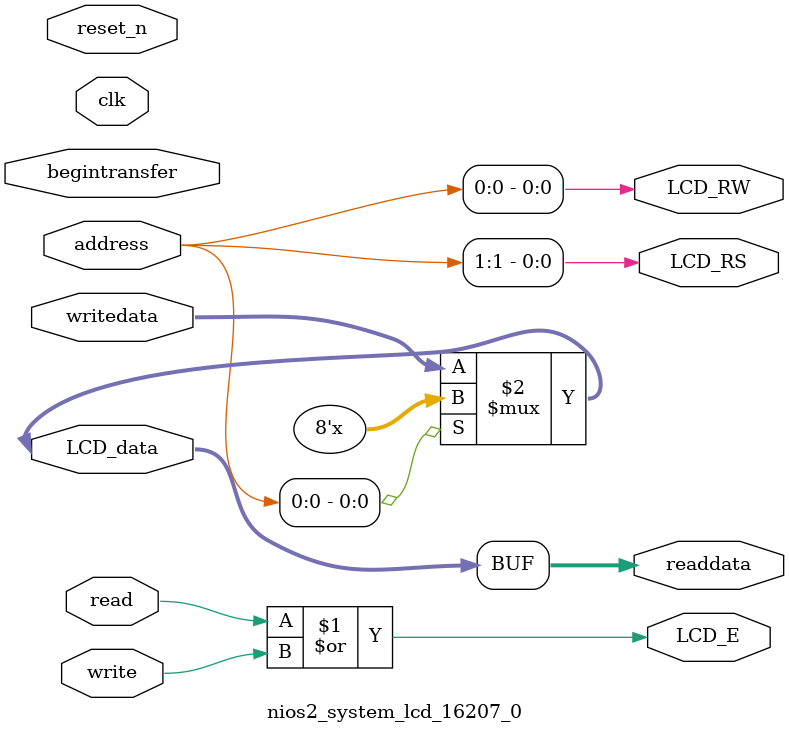
<source format=v>

`timescale 1ns / 1ps
// synthesis translate_on

// turn off superfluous verilog processor warnings 
// altera message_level Level1 
// altera message_off 10034 10035 10036 10037 10230 10240 10030 

module nios2_system_lcd_16207_0 (
                                  // inputs:
                                   address,
                                   begintransfer,
                                   clk,
                                   read,
                                   reset_n,
                                   write,
                                   writedata,

                                  // outputs:
                                   LCD_E,
                                   LCD_RS,
                                   LCD_RW,
                                   LCD_data,
                                   readdata
                                )
;

  output           LCD_E;
  output           LCD_RS;
  output           LCD_RW;
  inout   [  7: 0] LCD_data;
  output  [  7: 0] readdata;
  input   [  1: 0] address;
  input            begintransfer;
  input            clk;
  input            read;
  input            reset_n;
  input            write;
  input   [  7: 0] writedata;


wire             LCD_E;
wire             LCD_RS;
wire             LCD_RW;
wire    [  7: 0] LCD_data;
wire    [  7: 0] readdata;
  assign LCD_RW = address[0];
  assign LCD_RS = address[1];
  assign LCD_E = read | write;
  assign LCD_data = (address[0]) ? {8{1'bz}} : writedata;
  assign readdata = LCD_data;
  //control_slave, which is an e_avalon_slave

endmodule


</source>
